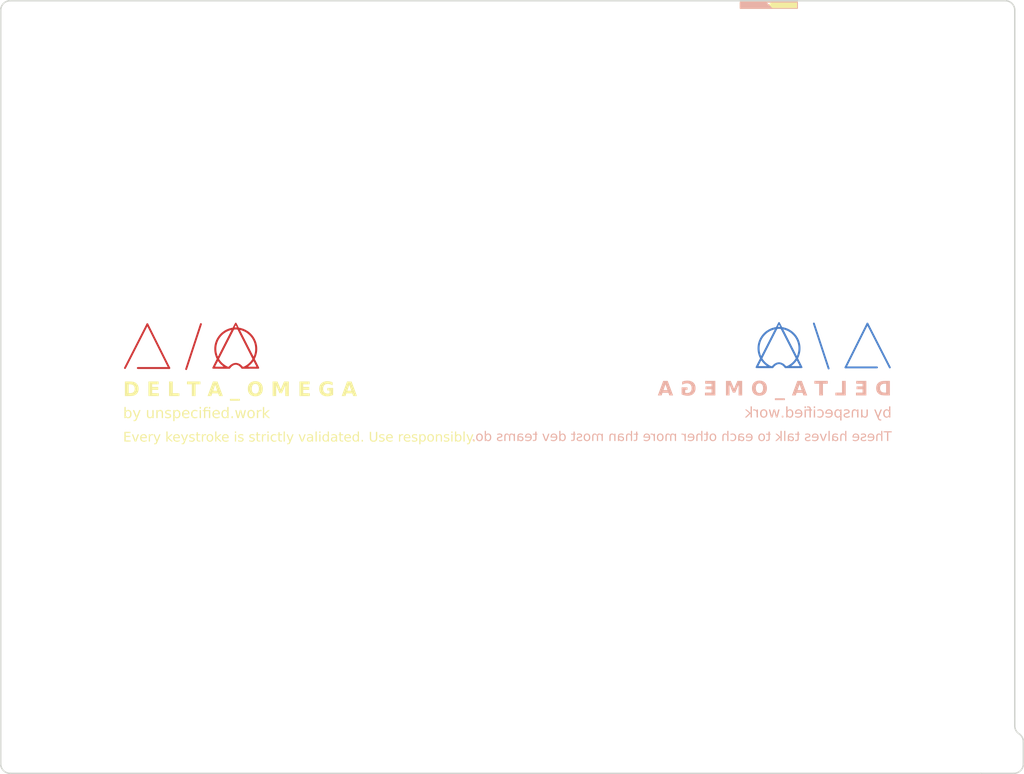
<source format=kicad_pcb>
(kicad_pcb (version 20241229) (generator "pcbnew") (generator_version "9.0")
  (title_block (title "delta-omega") (date "2025-08-24") (rev "v1.0.0") (company "Unknown"))
  (layers (0 "F.Cu" signal) (2 "B.Cu" signal) (13 "F.Paste" user) (15 "B.Paste" user) (5 "F.SilkS" user "F.Silkscreen") (7 "B.SilkS" user "B.Silkscreen") (1 "F.Mask" user) (3 "B.Mask" user) (25 "Edge.Cuts" user))
  (net 0 "")
  (footprint "ceoloide:mounting_hole_npth" (layer "F.Cu") (at 45.45 35.8)
    (property "Reference" "MH3" (hide yes))
    (property "Value" "")
    (pad "" np_thru_hole circle (at 0 0) (size 2.2 2.2) (drill 2.2) (layers "*.Cu" "*.Mask"))
  )
  (footprint "ceoloide:mounting_hole_npth" (layer "F.Cu") (at 124.1 35.8)
    (property "Reference" "MH5" (hide yes))
    (property "Value" "")
    (pad "" np_thru_hole circle (at 0 0) (size 2.2 2.2) (drill 2.2) (layers "*.Cu" "*.Mask"))
  )
  (footprint "ceoloide:mounting_hole_npth" (layer "F.Cu") (at 24 110.6)
    (property "Reference" "MH7" (hide yes))
    (property "Value" "")
    (pad "" np_thru_hole circle (at 0 0) (size 2.2 2.2) (drill 2.2) (layers "*.Cu" "*.Mask"))
  )
  (footprint "" (layer "F.Cu") (at 73.761013 88.331202)
    (property "Reference" "" (at 0 0 0) (layer "F.SilkS") (effects (font (size 1.27 1.27))))
    (property "Value" "")
    (pad "" np_thru_hole circle (at 0 0) (size 4.5 4.5) (drill 4.5) (layers "*.Cu" "*.Mask"))
  )
  (footprint "ceoloide:mounting_hole_npth" (layer "F.Cu") (at 126.6161 111.8)
    (property "Reference" "MH1" (hide yes))
    (property "Value" "")
    (pad "" np_thru_hole circle (at 0 0) (size 2.2 2.2) (drill 2.2) (layers "*.Cu" "*.Mask"))
  )
  (gr_poly (pts (xy 45.732666 66.434688) (xy 45.72901 66.434917) (xy 45.725309 66.435291) (xy 45.721584 66.435802) (xy 45.717861 66.436443) (xy 45.714163 66.437206) (xy 45.710514 66.438086) (xy 45.706938 66.439075) (xy 45.703459 66.440166) (xy 45.7001 66.441352) (xy 45.696887 66.442625) (xy 45.693842 66.44398) (xy 45.69099 66.445408) (xy 45.688355 66.446902) (xy 45.68596 66.448457) (xy 45.683829 66.450064) (xy 45.681256 66.452918) (xy 45.677476 66.458205) (xy 45.672564 66.46579) (xy 45.666593 66.475538) (xy 45.651773 66.500988) (xy 45.633608 66.533477) (xy 45.612692 66.571931) (xy 45.589615 66.615274) (xy 45.564972 66.66243) (xy 45.539354 66.712324) (xy 45.413743 66.95913) (xy 45.294531 66.983129) (xy 45.214746 67.000623) (xy 45.13612 67.020745) (xy 45.058682 67.043479) (xy 44.982464 67.068807) (xy 44.907495 67.096715) (xy 44.833807 67.127186) (xy 44.761431 67.160204) (xy 44.690397 67.195753) (xy 44.620736 67.233817) (xy 44.552478 67.27438) (xy 44.485654 67.317425) (xy 44.420296 67.362938) (xy 44.356433 67.410901) (xy 44.294096 67.461298) (xy 44.233317 67.514114) (xy 44.174125 67.569333) (xy 44.104857 67.638979) (xy 44.039148 67.710621) (xy 43.977004 67.784245) (xy 43.918431 67.85984) (xy 43.863437 67.937391) (xy 43.812027 68.016887) (xy 43.764208 68.098315) (xy 43.719986 68.181662) (xy 43.679367 68.266915) (xy 43.642359 68.354061) (xy 43.608967 68.443088) (xy 43.579199 68.533983) (xy 43.553059 68.626733) (xy 43.530555 68.721326) (xy 43.511694 68.817748) (xy 43.496481 68.915988) (xy 43.489873 68.977084) (xy 43.485158 69.046554) (xy 43.482334 69.121496) (xy 43.4814 69.199008) (xy 43.482358 69.276188) (xy 43.485205 69.350136) (xy 43.489942 69.417949) (xy 43.496568 69.476726) (xy 43.512394 69.574144) (xy 43.532073 69.671344) (xy 43.555336 69.767449) (xy 43.581919 69.861582) (xy 43.611555 69.952864) (xy 43.643978 70.040418) (xy 43.678922 70.123366) (xy 43.697255 70.162838) (xy 43.71612 70.20083) (xy 43.738803 70.244982) (xy 43.505572 70.70516) (xy 43.413379 70.888869) (xy 43.3394 71.039812) (xy 43.2902 71.144375) (xy 43.276942 71.175008) (xy 43.272341 71.188941) (xy 43.272407 71.192022) (xy 43.272604 71.19509) (xy 43.27338 71.20117) (xy 43.274649 71.207156) (xy 43.276393 71.213021) (xy 43.278591 71.218738) (xy 43.281224 71.22428) (xy 43.284274 71.229622) (xy 43.287719 71.234736) (xy 43.291542 71.239595) (xy 43.295722 71.244173) (xy 43.300241 71.248443) (xy 43.305078 71.25238) (xy 43.310214 71.255955) (xy 43.315631 71.259142) (xy 43.321307 71.261915) (xy 43.327225 71.264247) (xy 43.333855 71.265429) (xy 43.346782 71.266528) (xy 43.391859 71.268482) (xy 43.463111 71.270116) (xy 43.561193 71.271438) (xy 43.84047 71.273172) (xy 44.234936 71.273738) (xy 45.11542 71.273738) (xy 45.148315 71.224194) (xy 45.157439 71.211094) (xy 45.168115 71.196885) (xy 45.180169 71.181748) (xy 45.193425 71.165862) (xy 45.20771 71.149407) (xy 45.222848 71.132564) (xy 45.254987 71.098432) (xy 45.288446 71.064907) (xy 45.321827 71.033429) (xy 45.338052 71.018909) (xy 45.353734 71.00544) (xy 45.368698 70.993204) (xy 45.38277 70.98238) (xy 45.403407 70.967673) (xy 45.424669 70.953663) (xy 45.446464 70.940385) (xy 45.468698 70.927874) (xy 45.49128 70.916165) (xy 45.514116 70.905291) (xy 45.537114 70.895289) (xy 45.56018 70.886192) (xy 45.583222 70.878035) (xy 45.606148 70.870853) (xy 45.628864 70.864681) (xy 45.651278 70.859553) (xy 45.673297 70.855504) (xy 45.694829 70.852569) (xy 45.715779 70.850783) (xy 45.736057 70.85018) (xy 45.772364 70.851938) (xy 45.809632 70.857128) (xy 45.847657 70.865622) (xy 45.886239 70.877293) (xy 45.925174 70.892011) (xy 45.964261 70.90965) (xy 46.003296 70.930081) (xy 46.042079 70.953178) (xy 46.080406 70.978811) (xy 46.118075 71.006854) (xy 46.154885 71.037178) (xy 46.190632 71.069656) (xy 46.225115 71.104159) (xy 46.258132 71.140561) (xy 46.28948 71.178733) (xy 46.318957 71.218547) (xy 46.35767 71.273738) (xy 47.241192 71.273179) (xy 47.870367 71.270659) (xy 48.065802 71.268241) (xy 48.142375 71.26539) (xy 48.142375 71.265389) (xy 48.145368 71.264098) (xy 48.148289 71.262706) (xy 48.151137 71.261215) (xy 48.153909 71.259628) (xy 48.156604 71.257948) (xy 48.159221 71.256178) (xy 48.161757 71.254319) (xy 48.164211 71.252375) (xy 48.166581 71.250348) (xy 48.168865 71.24824) (xy 48.171062 71.246056) (xy 48.173169 71.243796) (xy 48.175186 71.241464) (xy 48.17711 71.239063) (xy 48.17894 71.236594) (xy 48.180674 71.234062) (xy 48.18231 71.231467) (xy 48.183846 71.228814) (xy 48.185281 71.226104) (xy 48.186613 71.22334) (xy 48.187841 71.220525) (xy 48.188962 71.217661) (xy 48.189974 71.214752) (xy 48.190877 71.211799) (xy 48.191668 71.208805) (xy 48.192346 71.205774) (xy 48.192909 71.202707) (xy 48.193355 71.199608) (xy 48.193682 71.196478) (xy 48.193889 71.193321) (xy 48.193974 71.190139) (xy 48.193935 71.186935) (xy 48.193067 71.181223) (xy 48.1907 71.172897) (xy 48.186766 71.161818) (xy 48.181198 71.147844) (xy 48.173929 71.130837) (xy 48.164892 71.110656) (xy 48.141245 71.06021) (xy 48.136458 71.050364) (xy 47.897975 71.050364) (xy 47.897933 71.051211) (xy 47.897351 71.052018) (xy 47.896194 71.052785) (xy 47.89443 71.053513) (xy 47.892022 71.054203) (xy 47.888937 71.054857) (xy 47.880598 71.056056) (xy 47.869138 71.057118) (xy 47.854284 71.058051) (xy 47.835761 71.058861) (xy 47.813294 71.059555) (xy 47.786608 71.060141) (xy 47.755431 71.060625) (xy 47.678501 71.061319) (xy 47.580308 71.061693) (xy 47.458656 71.061805) (xy 47.146371 71.060706) (xy 47.051373 71.059516) (xy 47.016483 71.058063) (xy 47.016605 71.057776) (xy 47.016968 71.057307) (xy 47.01839 71.055838) (xy 47.020703 71.053695) (xy 47.023858 71.050916) (xy 47.032501 71.043608) (xy 47.043937 71.034225) (xy 47.057783 71.023078) (xy 47.073656 71.010479) (xy 47.091171 70.996739) (xy 47.109946 70.982169) (xy 47.14052 70.958007) (xy 47.171566 70.932388) (xy 47.202917 70.905484) (xy 47.234407 70.877467) (xy 47.29714 70.818774) (xy 47.358433 70.757678) (xy 47.416956 70.695546) (xy 47.444764 70.66452) (xy 47.471379 70.633748) (xy 47.496637 70.603402) (xy 47.520371 70.573652) (xy 47.542415 70.544669) (xy 47.562602 70.516625) (xy 47.569213 70.507331) (xy 47.575623 70.498657) (xy 47.581676 70.490791) (xy 47.587214 70.483926) (xy 47.592079 70.478251) (xy 47.596113 70.473955) (xy 47.597769 70.472385) (xy 47.599158 70.47123) (xy 47.600261 70.470516) (xy 47.601058 70.470265) (xy 47.615298 70.494218) (xy 47.649168 70.557626) (xy 47.749607 70.751646) (xy 47.85 70.95) (xy 47.883813 71.018826) (xy 47.897975 71.050364) (xy 48.136458 71.050364) (xy 48.109723 70.995387) (xy 48.069787 70.915065) (xy 48.020902 70.818124) (xy 47.962531 70.703441) (xy 47.732147 70.252357) (xy 47.735696 70.244507) (xy 47.484501 70.244507) (xy 47.484432 70.245253) (xy 47.484229 70.246191) (xy 47.483431 70.24862) (xy 47.482134 70.251747) (xy 47.480365 70.255528) (xy 47.478151 70.259914) (xy 47.475518 70.26486) (xy 47.469105 70.276247) (xy 47.46134 70.289316) (xy 47.45244 70.303698) (xy 47.442617 70.319022) (xy 47.432089 70.334916) (xy 47.394154 70.389157) (xy 47.354022 70.44251) (xy 47.311828 70.494856) (xy 47.267706 70.546078) (xy 47.221791 70.596058) (xy 47.174217 70.64468) (xy 47.125119 70.691824) (xy 47.07463 70.737374) (xy 47.022885 70.781213) (xy 46.97002 70.823223) (xy 46.916166 70.863286) (xy 46.861461 70.901285) (xy 46.806037 70.937103) (xy 46.750029 70.970621) (xy 46.693571 71.001723) (xy 46.636798 71.030291) (xy 46.618216 71.038944) (xy 46.609798 71.042638) (xy 46.601865 71.045937) (xy 46.594343 71.048861) (xy 46.587159 71.051428) (xy 46.580241 71.053657) (xy 46.573513 71.055569) (xy 46.566904 71.057182) (xy 46.560341 71.058516) (xy 46.553749 71.05959) (xy 46.547056 71.060424) (xy 46.540189 71.061037) (xy 46.533073 71.061448) (xy 46.525637 71.061676) (xy 46.517807 71.061742) (xy 46.464575 71.061678) (xy 46.420422 71.007979) (xy 46.407468 70.992708) (xy 46.393521 70.977177) (xy 46.378676 70.961464) (xy 46.363024 70.945649) (xy 46.34666 70.929808) (xy 46.329675 70.914022) (xy 46.312165 70.898369) (xy 46.29422 70.882927) (xy 46.275935 70.867775) (xy 46.257403 70.852991) (xy 46.238716 70.838655) (xy 46.219968 70.824844) (xy 46.201252 70.811638) (xy 46.182661 70.799115) (xy 46.164287 70.787353) (xy 46.146225 70.776432) (xy 46.120235 70.761752) (xy 46.094183 70.748142) (xy 46.068047 70.735596) (xy 46.041804 70.724108) (xy 46.015432 70.713673) (xy 45.98891 70.704284) (xy 45.962215 70.695938) (xy 45.935326 70.688627) (xy 45.90822 70.682347) (xy 45.880875 70.677092) (xy 45.85327 70.672856) (xy 45.825382 70.669634) (xy 45.797189 70.66742) (xy 45.768669 70.666209) (xy 45.739801 70.665996) (xy 45.710561 70.666774) (xy 45.687094 70.66801) (xy 45.664467 70.669671) (xy 45.642577 70.671783) (xy 45.621317 70.674373) (xy 45.600584 70.677467) (xy 45.580271 70.681094) (xy 45.560274 70.685281) (xy 45.540487 70.690053) (xy 45.520806 70.695439) (xy 45.501126 70.701465) (xy 45.481341 70.708159) (xy 45.461346 70.715547) (xy 45.441036 70.723656) (xy 45.420306 70.732514) (xy 45.399051 70.742148) (xy 45.377166 70.752584) (xy 45.355961 70.76324) (xy 45.335086 70.774357) (xy 45.314531 70.785946) (xy 45.294287 70.798012) (xy 45.274341 70.810565) (xy 45.254685 70.823612) (xy 45.235306 70.837161) (xy 45.216196 70.851221) (xy 45.197342 70.865798) (xy 45.178735 70.880901) (xy 45.160364 70.896539) (xy 45.142219 70.912718) (xy 45.124289 70.929448) (xy 45.106563 70.946735) (xy 45.089031 70.964588) (xy 45.071682 70.983014) (xy 44.999019 71.061806) (xy 44.948007 71.061806) (xy 44.939888 71.061725) (xy 44.932253 71.061452) (xy 44.924961 71.060937) (xy 44.917872 71.060133) (xy 44.910846 71.058993) (xy 44.903743 71.057469) (xy 44.896421 71.055512) (xy 44.891036 71.053804) (xy 44.446801 71.053804) (xy 44.446265 71.054238) (xy 44.444672 71.054664) (xy 44.438393 71.05549) (xy 44.414024 71.057027) (xy 44.374975 71.05839) (xy 44.322525 71.059558) (xy 44.257954 71.060506) (xy 44.182545 71.061213) (xy 44.00433 71.061805) (xy 43.787503 71.06131) (xy 43.652574 71.059566) (xy 43.610985 71.058103) (xy 43.58407 71.056182) (xy 43.569892 71.053753) (xy 43.566976 71.052332) (xy 43.566519 71.050767) (xy 43.586239 71.009402) (xy 43.623066 70.93638) (xy 43.724121 70.741094) (xy 43.821846 70.556364) (xy 43.854509 70.496538) (xy 43.868401 70.473647) (xy 43.868934 70.473647) (xy 43.869621 70.473865) (xy 43.870457 70.474298) (xy 43.871436 70.474938) (xy 43.87381 70.476822) (xy 43.876707 70.479475) (xy 43.88009 70.482856) (xy 43.883923 70.486921) (xy 43.88817 70.491629) (xy 43.892795 70.496937) (xy 43.897762 70.502804) (xy 43.903033 70.509187) (xy 43.908574 70.516044) (xy 43.914347 70.523332) (xy 43.920317 70.53101) (xy 43.926448 70.539036) (xy 43.932703 70.547366) (xy 43.939045 70.55596) (xy 43.960095 70.583813) (xy 43.983333 70.612896) (xy 44.008513 70.642965) (xy 44.035388 70.673776) (xy 44.063711 70.705085) (xy 44.093238 70.736649) (xy 44.154913 70.799565) (xy 44.218442 70.860572) (xy 44.250285 70.889751) (xy 44.281853 70.91772) (xy 44.312899 70.944237) (xy 44.343176 70.969058) (xy 44.372439 70.991938) (xy 44.40044 71.012634) (xy 44.409753 71.01946) (xy 44.418441 71.026144) (xy 44.426314 71.032516) (xy 44.433182 71.038409) (xy 44.438855 71.043653) (xy 44.441184 71.045979) (xy 44.443143 71.048079) (xy 44.444707 71.049933) (xy 44.445855 71.051519) (xy 44.44656 71.052816) (xy 44.44674 71.05335) (xy 44.446801 71.053804) (xy 44.891036 71.053804) (xy 44.88874 71.053075) (xy 44.88056 71.05011) (xy 44.871741 71.04657) (xy 44.862141 71.042405) (xy 44.85162 71.037569) (xy 44.840039 71.032014) (xy 44.827255 71.025692) (xy 44.797522 71.010554) (xy 44.739779 70.979575) (xy 44.682992 70.946652) (xy 44.627226 70.911842) (xy 44.572545 70.875205) (xy 44.519016 70.836799) (xy 44.466702 70.796682) (xy 44.415669 70.754913) (xy 44.365982 70.711551) (xy 44.317706 70.666654) (xy 44.270905 70.620281) (xy 44.225646 70.57249) (xy 44.181992 70.52334) (xy 44.140009 70.472889) (xy 44.099761 70.421196) (xy 44.061315 70.368319) (xy 44.024734 70.314318) (xy 43.977965 70.242714) (xy 44.760332 68.707337) (xy 45.528735 67.206466) (xy 45.2857 67.206466) (xy 43.866122 69.996712) (xy 43.865384 69.997743) (xy 43.864582 69.998462) (xy 43.863715 69.998864) (xy 43.863257 69.998945) (xy 43.862781 69.998945) (xy 43.861778 69.998703) (xy 43.860705 69.998134) (xy 43.859559 69.997233) (xy 43.85834 69.995997) (xy 43.857046 69.994423) (xy 43.855674 69.992507) (xy 43.854224 69.990245) (xy 43.852694 69.987634) (xy 43.851082 69.98467) (xy 43.849386 69.98135) (xy 43.845737 69.973624) (xy 43.841734 69.964427) (xy 43.837363 69.953732) (xy 43.832612 69.941508) (xy 43.827467 69.927726) (xy 43.821916 69.912357) (xy 43.815944 69.895372) (xy 43.80954 69.876742) (xy 43.802688 69.856438) (xy 43.780572 69.786502) (xy 43.760925 69.716261) (xy 43.743749 69.645761) (xy 43.729046 69.575047) (xy 43.71682 69.504164) (xy 43.707071 69.433156) (xy 43.699802 69.362069) (xy 43.695015 69.290947) (xy 43.692714 69.219836) (xy 43.692899 69.148781) (xy 43.695573 69.077826) (xy 43.700738 69.007016) (xy 43.708397 68.936397) (xy 43.718552 68.866013) (xy 43.731205 68.795909) (xy 43.746359 68.726131) (xy 43.780898 68.59828) (xy 43.823318 68.473802) (xy 43.873337 68.353003) (xy 43.930678 68.236189) (xy 43.995062 68.123664) (xy 44.06621 68.015734) (xy 44.143844 67.912705) (xy 44.227684 67.814882) (xy 44.317451 67.72257) (xy 44.412867 67.636074) (xy 44.513653 67.555701) (xy 44.619531 67.481755) (xy 44.73022 67.414541) (xy 44.845443 67.354365) (xy 44.964921 67.301533) (xy 45.088375 67.25635) (xy 45.134962 67.241247) (xy 45.175203 67.2287) (xy 45.209139 67.218696) (xy 45.236811 67.211225) (xy 45.258263 67.206277) (xy 45.273533 67.203842) (xy 45.278864 67.203563) (xy 45.282665 67.203908) (xy 45.284942 67.204877) (xy 45.285511 67.205594) (xy 45.2857 67.206466) (xy 45.528735 67.206466) (xy 45.550303 67.164339) (xy 45.551882 67.163345) (xy 45.554575 67.162373) (xy 45.563058 67.160502) (xy 45.575269 67.158741) (xy 45.59072 67.157109) (xy 45.629407 67.154298) (xy 45.675236 67.152205) (xy 45.724322 67.150965) (xy 45.772784 67.150717) (xy 45.816738 67.151595) (xy 45.835811 67.152499) (xy 45.852301 67.153736) (xy 45.919009 67.159987) (xy 46.701755 68.695965) (xy 47.254569 69.784441) (xy 47.484501 70.244507) (xy 47.735696 70.244507) (xy 47.781615 70.142937) (xy 47.820698 70.05186) (xy 47.855779 69.960397) (xy 47.886855 69.868571) (xy 47.913924 69.776406) (xy 47.936984 69.683926) (xy 47.956032 69.591156) (xy 47.971066 69.498119) (xy 47.982084 69.40484) (xy 47.989083 69.311342) (xy 47.99206 69.21765) (xy 47.991747 69.189502) (xy 47.775835 69.189502) (xy 47.77472 69.272003) (xy 47.771347 69.349587) (xy 47.765555 69.423418) (xy 47.757185 69.494656) (xy 47.746075 69.564464) (xy 47.732065 69.634005) (xy 47.714995 69.704441) (xy 47.694704 69.776934) (xy 47.68246 69.816693) (xy 47.669473 69.856326) (xy 47.656346 69.894236) (xy 47.643681 69.928829) (xy 47.632081 69.958507) (xy 47.622147 69.981676) (xy 47.614484 69.996738) (xy 47.611692 70.00073) (xy 47.609693 70.002097) (xy 47.597498 69.980512) (xy 47.564867 69.918664) (xy 47.447237 69.691526) (xy 47.06505 68.944897) (xy 47.065051 68.944897) (xy 46.351571 67.544458) (xy 46.176754 67.201173) (xy 46.214619 67.207571) (xy 46.236088 67.211798) (xy 46.260542 67.217677) (xy 46.316889 67.233814) (xy 46.380619 67.25483) (xy 46.448688 67.279571) (xy 46.518056 67.306887) (xy 46.585678 67.335624) (xy 46.648514 67.364631) (xy 46.677186 67.378875) (xy 46.703521 67.392754) (xy 46.788505 67.441718) (xy 46.870795 67.494441) (xy 46.950276 67.550785) (xy 47.026831 67.610611) (xy 47.100343 67.673782) (xy 47.170696 67.740157) (xy 47.237774 67.809599) (xy 47.301461 67.881969) (xy 47.361639 67.957128) (xy 47.418194 68.034938) (xy 47.471007 68.11526) (xy 47.519964 68.197955) (xy 47.564947 68.282886) (xy 47.60584 68.369913) (xy 47.642527 68.458898) (xy 47.674892 68.549701) (xy 47.699777 68.629967) (xy 47.720865 68.708303) (xy 47.730032 68.747035) (xy 47.738303 68.785631) (xy 47.745699 68.824207) (xy 47.752237 68.862876) (xy 47.757934 68.901757) (xy 47.762811 68.940962) (xy 47.766883 68.980609) (xy 47.770171 69.020813) (xy 47.774464 69.103351) (xy 47.775835 69.189502) (xy 47.991747 69.189502) (xy 47.991015 69.123787) (xy 47.985944 69.029779) (xy 47.976845 68.935648) (xy 47.963715 68.841419) (xy 47.946553 68.747116) (xy 47.925356 68.652762) (xy 47.902472 68.567348) (xy 47.876099 68.482846) (xy 47.846315 68.399382) (xy 47.813198 68.317079) (xy 47.776826 68.236064) (xy 47.737278 68.156461) (xy 47.694631 68.078395) (xy 47.648964 68.001992) (xy 47.600355 67.927377) (xy 47.548881 67.854674) (xy 47.494621 67.784009) (xy 47.437654 67.715507) (xy 47.378056 67.649293) (xy 47.315906 67.585491) (xy 47.251282 67.524228) (xy 47.184263 67.465628) (xy 47.149273 67.437086) (xy 47.112348 67.408525) (xy 47.073697 67.380066) (xy 47.033528 67.351831) (xy 46.992052 67.323942) (xy 46.949476 67.296518) (xy 46.906011 67.269682) (xy 46.861866 67.243554) (xy 46.817249 67.218256) (xy 46.77237 67.193909) (xy 46.727438 67.170634) (xy 46.682662 67.148552) (xy 46.638251 67.127784) (xy 46.594415 67.108452) (xy 46.551363 67.090677) (xy 46.509303 67.07458) (xy 46.466119 67.05981) (xy 46.414213 67.043748) (xy 46.356883 67.027256) (xy 46.297424 67.011197) (xy 46.239133 66.996434) (xy 46.185305 66.98383) (xy 46.139236 66.974247) (xy 46.104222 66.968548) (xy 46.052937 66.962279) (xy 46.038602 66.933625) (xy 45.850854 66.933625) (xy 45.850698 66.933847) (xy 45.850235 66.934065) (xy 45.848419 66.934494) (xy 45.845468 66.934907) (xy 45.841442 66.935304) (xy 45.830411 66.936039) (xy 45.815816 66.93668) (xy 45.798146 66.937209) (xy 45.777891 66.937609) (xy 45.755538 66.937862) (xy 45.731578 66.93795) (xy 45.612303 66.93795) (xy 45.669828 66.823153) (xy 45.68152 66.800093) (xy 45.692694 66.77858) (xy 45.703085 66.759085) (xy 45.712429 66.742078) (xy 45.720464 66.728031) (xy 45.726926 66.717415) (xy 45.731551 66.7107) (xy 45.733092 66.708952) (xy 45.734076 66.708357) (xy 45.736355 66.710762) (xy 45.74078 66.717571) (xy 45.754801 66.741961) (xy 45.773607 66.776645) (xy 45.794668 66.816741) (xy 45.815453 66.857368) (xy 45.833433 66.893646) (xy 45.846077 66.920692) (xy 45.849607 66.929227) (xy 45.850854 66.933625) (xy 46.038602 66.933625) (xy 45.934993 66.726515) (xy 45.887333 66.632757) (xy 45.844756 66.551761) (xy 45.811906 66.492183) (xy 45.80058 66.473131) (xy 45.793428 66.46268) (xy 45.789965 66.458662) (xy 45.786645 66.455022) (xy 45.783432 66.451745) (xy 45.780295 66.448814) (xy 45.777199 66.446212) (xy 45.775656 66.44503) (xy 45.774111 66.443923) (xy 45.772559 66.442891) (xy 45.770997 66.441931) (xy 45.76942 66.44104) (xy 45.767823 66.440218) (xy 45.766204 66.439462) (xy 45.764556 66.438769) (xy 45.762877 66.438138) (xy 45.761162 66.437566) (xy 45.759407 66.437053) (xy 45.757608 66.436594) (xy 45.75576 66.436189) (xy 45.753859 66.435836) (xy 45.749883 66.435275) (xy 45.745645 66.434895) (xy 45.741112 66.434679) (xy 45.73625 66.43461)) (fill yes) (layer "F.Cu"))
  (gr_line (start 35.45 71.2) (end 38.75 71.2) (stroke (width 0.2)) (layer "F.Cu"))
  (gr_line (start 36.45 66.6) (end 34.1 71.2) (stroke (width 0.2)) (layer "F.Cu"))
  (gr_line (start 40.525 71.3125) (end 42.075 66.5875) (stroke (width 0.2)) (layer "F.Cu"))
  (gr_line (start 38.75 71.2) (end 36.45 66.6) (stroke (width 0.2)) (layer "F.Cu"))
  (gr_line (start 109.775 71.1375) (end 112.075 66.5375) (stroke (width 0.2)) (layer "B.Cu"))
  (gr_poly (pts (xy 102.792334 66.372188) (xy 102.79599 66.372417) (xy 102.799691 66.372791) (xy 102.803416 66.373302) (xy 102.807139 66.373943) (xy 102.810837 66.374706) (xy 102.814486 66.375586) (xy 102.818062 66.376575) (xy 102.821541 66.377666) (xy 102.8249 66.378852) (xy 102.828113 66.380125) (xy 102.831158 66.38148) (xy 102.83401 66.382908) (xy 102.836645 66.384402) (xy 102.83904 66.385957) (xy 102.841171 66.387564) (xy 102.843744 66.390418) (xy 102.847524 66.395705) (xy 102.852436 66.40329) (xy 102.858407 66.413038) (xy 102.873227 66.438488) (xy 102.891392 66.470977) (xy 102.912308 66.509431) (xy 102.935385 66.552774) (xy 102.960028 66.59993) (xy 102.985646 66.649824) (xy 103.111257 66.89663) (xy 103.230469 66.920629) (xy 103.310254 66.938123) (xy 103.38888 66.958245) (xy 103.466318 66.980979) (xy 103.542536 67.006307) (xy 103.617505 67.034215) (xy 103.691193 67.064686) (xy 103.763569 67.097704) (xy 103.834603 67.133253) (xy 103.904264 67.171317) (xy 103.972522 67.21188) (xy 104.039346 67.254925) (xy 104.104704 67.300438) (xy 104.168567 67.348401) (xy 104.230904 67.398798) (xy 104.291683 67.451614) (xy 104.350875 67.506833) (xy 104.420143 67.576479) (xy 104.485852 67.648121) (xy 104.547996 67.721745) (xy 104.606569 67.79734) (xy 104.661563 67.874891) (xy 104.712973 67.954387) (xy 104.760792 68.035815) (xy 104.805014 68.119162) (xy 104.845633 68.204415) (xy 104.882641 68.291561) (xy 104.916033 68.380588) (xy 104.945801 68.471483) (xy 104.971941 68.564233) (xy 104.994445 68.658826) (xy 105.013306 68.755248) (xy 105.028519 68.853488) (xy 105.035127 68.914584) (xy 105.039842 68.984054) (xy 105.042666 69.058996) (xy 105.0436 69.136508) (xy 105.042642 69.213688) (xy 105.039795 69.287636) (xy 105.035058 69.355449) (xy 105.028432 69.414226) (xy 105.012606 69.511644) (xy 104.992927 69.608844) (xy 104.969664 69.704949) (xy 104.943081 69.799082) (xy 104.913445 69.890364) (xy 104.881022 69.977918) (xy 104.846078 70.060866) (xy 104.827745 70.100338) (xy 104.80888 70.13833) (xy 104.786197 70.182482) (xy 105.019428 70.64266) (xy 105.111621 70.826369) (xy 105.1856 70.977312) (xy 105.2348 71.081875) (xy 105.248058 71.112508) (xy 105.252659 71.126441) (xy 105.252593 71.129522) (xy 105.252396 71.13259) (xy 105.25162 71.13867) (xy 105.250351 71.144656) (xy 105.248607 71.150521) (xy 105.246409 71.156238) (xy 105.243776 71.16178) (xy 105.240726 71.167122) (xy 105.237281 71.172236) (xy 105.233458 71.177095) (xy 105.229278 71.181673) (xy 105.224759 71.185943) (xy 105.219922 71.18988) (xy 105.214786 71.193455) (xy 105.209369 71.196642) (xy 105.203693 71.199415) (xy 105.197775 71.201747) (xy 105.191145 71.202929) (xy 105.178218 71.204028) (xy 105.133141 71.205982) (xy 105.061889 71.207616) (xy 104.963807 71.208938) (xy 104.68453 71.210672) (xy 104.290064 71.211238) (xy 103.40958 71.211238) (xy 103.376685 71.161694) (xy 103.367561 71.148594) (xy 103.356885 71.134385) (xy 103.344831 71.119248) (xy 103.331575 71.103362) (xy 103.31729 71.086907) (xy 103.302152 71.070064) (xy 103.270013 71.035932) (xy 103.236554 71.002407) (xy 103.203173 70.970929) (xy 103.186948 70.956409) (xy 103.171266 70.94294) (xy 103.156302 70.930704) (xy 103.14223 70.91988) (xy 103.121593 70.905173) (xy 103.100331 70.891163) (xy 103.078536 70.877885) (xy 103.056302 70.865374) (xy 103.03372 70.853665) (xy 103.010884 70.842791) (xy 102.987886 70.832789) (xy 102.96482 70.823692) (xy 102.941778 70.815535) (xy 102.918852 70.808353) (xy 102.896136 70.802181) (xy 102.873722 70.797053) (xy 102.851703 70.793004) (xy 102.830171 70.790069) (xy 102.809221 70.788283) (xy 102.788943 70.78768) (xy 102.752636 70.789438) (xy 102.715368 70.794628) (xy 102.677343 70.803122) (xy 102.638761 70.814793) (xy 102.599826 70.829511) (xy 102.560739 70.84715) (xy 102.521704 70.867581) (xy 102.482921 70.890678) (xy 102.444594 70.916311) (xy 102.406925 70.944354) (xy 102.370115 70.974678) (xy 102.334368 71.007156) (xy 102.299885 71.041659) (xy 102.266868 71.078061) (xy 102.23552 71.116233) (xy 102.206043 71.156047) (xy 102.16733 71.211238) (xy 101.283808 71.210679) (xy 100.654633 71.208159) (xy 100.459198 71.205741) (xy 100.382625 71.20289) (xy 100.382625 71.202889) (xy 100.379632 71.201598) (xy 100.376711 71.200206) (xy 100.373863 71.198715) (xy 100.371091 71.197128) (xy 100.368396 71.195448) (xy 100.365779 71.193678) (xy 100.363243 71.191819) (xy 100.360789 71.189875) (xy 100.358419 71.187848) (xy 100.356135 71.18574) (xy 100.353938 71.183556) (xy 100.351831 71.181296) (xy 100.349814 71.178964) (xy 100.34789 71.176563) (xy 100.34606 71.174094) (xy 100.344326 71.171562) (xy 100.34269 71.168967) (xy 100.341154 71.166314) (xy 100.339719 71.163604) (xy 100.338387 71.16084) (xy 100.337159 71.158025) (xy 100.336038 71.155161) (xy 100.335026 71.152252) (xy 100.334123 71.149299) (xy 100.333332 71.146305) (xy 100.332654 71.143274) (xy 100.332091 71.140207) (xy 100.331645 71.137108) (xy 100.331318 71.133978) (xy 100.331111 71.130821) (xy 100.331026 71.127639) (xy 100.331065 71.124435) (xy 100.331933 71.118723) (xy 100.3343 71.110397) (xy 100.338234 71.099318) (xy 100.343802 71.085344) (xy 100.351071 71.068337) (xy 100.360108 71.048156) (xy 100.383755 70.99771) (xy 100.388542 70.987864) (xy 100.627025 70.987864) (xy 100.627067 70.988711) (xy 100.627649 70.989518) (xy 100.628806 70.990285) (xy 100.63057 70.991013) (xy 100.632978 70.991703) (xy 100.636063 70.992357) (xy 100.644402 70.993556) (xy 100.655862 70.994618) (xy 100.670716 70.995551) (xy 100.689239 70.996361) (xy 100.711706 70.997055) (xy 100.738392 70.997641) (xy 100.769569 70.998125) (xy 100.846499 70.998819) (xy 100.944692 70.999193) (xy 101.066344 70.999305) (xy 101.378629 70.998206) (xy 101.473627 70.997016) (xy 101.508517 70.995563) (xy 101.508395 70.995276) (xy 101.508032 70.994807) (xy 101.50661 70.993338) (xy 101.504297 70.991195) (xy 101.501142 70.988416) (xy 101.492499 70.981108) (xy 101.481063 70.971725) (xy 101.467217 70.960578) (xy 101.451344 70.947979) (xy 101.433829 70.934239) (xy 101.415054 70.919669) (xy 101.38448 70.895507) (xy 101.353434 70.869888) (xy 101.322083 70.842984) (xy 101.290593 70.814967) (xy 101.22786 70.756274) (xy 101.166567 70.695178) (xy 101.108044 70.633046) (xy 101.080236 70.60202) (xy 101.053621 70.571248) (xy 101.028363 70.540902) (xy 101.004629 70.511152) (xy 100.982585 70.482169) (xy 100.962398 70.454125) (xy 100.955787 70.444831) (xy 100.949377 70.436157) (xy 100.943324 70.428291) (xy 100.937786 70.421426) (xy 100.932921 70.415751) (xy 100.928887 70.411455) (xy 100.927231 70.409885) (xy 100.925842 70.40873) (xy 100.924739 70.408016) (xy 100.923942 70.407765) (xy 100.909702 70.431718) (xy 100.875832 70.495126) (xy 100.775393 70.689146) (xy 100.675 70.8875) (xy 100.641187 70.956326) (xy 100.627025 70.987864) (xy 100.388542 70.987864) (xy 100.415277 70.932887) (xy 100.455213 70.852565) (xy 100.504098 70.755624) (xy 100.562469 70.640941) (xy 100.792853 70.189857) (xy 100.789304 70.182007) (xy 101.040499 70.182007) (xy 101.040568 70.182753) (xy 101.040771 70.183691) (xy 101.041569 70.18612) (xy 101.042866 70.189247) (xy 101.044635 70.193028) (xy 101.046849 70.197414) (xy 101.049482 70.20236) (xy 101.055895 70.213747) (xy 101.06366 70.226816) (xy 101.07256 70.241198) (xy 101.082383 70.256522) (xy 101.092911 70.272416) (xy 101.130846 70.326657) (xy 101.170978 70.38001) (xy 101.213172 70.432356) (xy 101.257294 70.483578) (xy 101.303209 70.533558) (xy 101.350783 70.58218) (xy 101.399881 70.629324) (xy 101.45037 70.674874) (xy 101.502115 70.718713) (xy 101.55498 70.760723) (xy 101.608834 70.800786) (xy 101.663539 70.838785) (xy 101.718963 70.874603) (xy 101.774971 70.908121) (xy 101.831429 70.939223) (xy 101.888202 70.967791) (xy 101.906784 70.976444) (xy 101.915202 70.980138) (xy 101.923135 70.983437) (xy 101.930657 70.986361) (xy 101.937841 70.988928) (xy 101.944759 70.991157) (xy 101.951487 70.993069) (xy 101.958096 70.994682) (xy 101.964659 70.996016) (xy 101.971251 70.99709) (xy 101.977944 70.997924) (xy 101.984811 70.998537) (xy 101.991927 70.998948) (xy 101.999363 70.999176) (xy 102.007193 70.999242) (xy 102.060425 70.999178) (xy 102.104578 70.945479) (xy 102.117532 70.930208) (xy 102.131479 70.914677) (xy 102.146324 70.898964) (xy 102.161976 70.883149) (xy 102.17834 70.867308) (xy 102.195325 70.851522) (xy 102.212835 70.835869) (xy 102.23078 70.820427) (xy 102.249065 70.805275) (xy 102.267597 70.790491) (xy 102.286284 70.776155) (xy 102.305032 70.762344) (xy 102.323748 70.749138) (xy 102.342339 70.736615) (xy 102.360713 70.724853) (xy 102.378775 70.713932) (xy 102.404765 70.699252) (xy 102.430817 70.685642) (xy 102.456953 70.673096) (xy 102.483196 70.661608) (xy 102.509568 70.651173) (xy 102.53609 70.641784) (xy 102.562785 70.633438) (xy 102.589674 70.626127) (xy 102.61678 70.619847) (xy 102.644125 70.614592) (xy 102.67173 70.610356) (xy 102.699618 70.607134) (xy 102.727811 70.60492) (xy 102.756331 70.603709) (xy 102.785199 70.603496) (xy 102.814439 70.604274) (xy 102.837906 70.60551) (xy 102.860533 70.607171) (xy 102.882423 70.609283) (xy 102.903683 70.611873) (xy 102.924416 70.614967) (xy 102.944729 70.618594) (xy 102.964726 70.622781) (xy 102.984513 70.627553) (xy 103.004194 70.632939) (xy 103.023874 70.638965) (xy 103.043659 70.645659) (xy 103.063654 70.653047) (xy 103.083964 70.661156) (xy 103.104694 70.670014) (xy 103.125949 70.679648) (xy 103.147834 70.690084) (xy 103.169039 70.70074) (xy 103.189914 70.711857) (xy 103.210469 70.723446) (xy 103.230713 70.735512) (xy 103.250659 70.748065) (xy 103.270315 70.761112) (xy 103.289694 70.774661) (xy 103.308804 70.788721) (xy 103.327658 70.803298) (xy 103.346265 70.818401) (xy 103.364636 70.834039) (xy 103.382781 70.850218) (xy 103.400711 70.866948) (xy 103.418437 70.884235) (xy 103.435969 70.902088) (xy 103.453318 70.920514) (xy 103.525981 70.999306) (xy 103.576993 70.999306) (xy 103.585112 70.999225) (xy 103.592747 70.998952) (xy 103.600039 70.998437) (xy 103.607128 70.997633) (xy 103.614154 70.996493) (xy 103.621257 70.994969) (xy 103.628579 70.993012) (xy 103.633964 70.991304) (xy 104.078199 70.991304) (xy 104.078735 70.991738) (xy 104.080328 70.992164) (xy 104.086607 70.99299) (xy 104.110976 70.994527) (xy 104.150025 70.99589) (xy 104.202475 70.997058) (xy 104.267046 70.998006) (xy 104.342455 70.998713) (xy 104.52067 70.999305) (xy 104.737497 70.99881) (xy 104.872426 70.997066) (xy 104.914015 70.995603) (xy 104.94093 70.993682) (xy 104.955108 70.991253) (xy 104.958024 70.989832) (xy 104.958481 70.988267) (xy 104.938761 70.946902) (xy 104.901934 70.87388) (xy 104.800879 70.678594) (xy 104.703154 70.493864) (xy 104.670491 70.434038) (xy 104.656599 70.411147) (xy 104.656066 70.411147) (xy 104.655379 70.411365) (xy 104.654543 70.411798) (xy 104.653564 70.412438) (xy 104.65119 70.414322) (xy 104.648293 70.416975) (xy 104.64491 70.420356) (xy 104.641077 70.424421) (xy 104.63683 70.429129) (xy 104.632205 70.434437) (xy 104.627238 70.440304) (xy 104.621967 70.446687) (xy 104.616426 70.453544) (xy 104.610653 70.460832) (xy 104.604683 70.46851) (xy 104.598552 70.476536) (xy 104.592297 70.484866) (xy 104.585955 70.49346) (xy 104.564905 70.521313) (xy 104.541667 70.550396) (xy 104.516487 70.580465) (xy 104.489612 70.611276) (xy 104.461289 70.642585) (xy 104.431762 70.674149) (xy 104.370087 70.737065) (xy 104.306558 70.798072) (xy 104.274715 70.827251) (xy 104.243147 70.85522) (xy 104.212101 70.881737) (xy 104.181824 70.906558) (xy 104.152561 70.929438) (xy 104.12456 70.950134) (xy 104.115247 70.95696) (xy 104.106559 70.963644) (xy 104.098686 70.970016) (xy 104.091818 70.975909) (xy 104.086145 70.981153) (xy 104.083816 70.983479) (xy 104.081857 70.985579) (xy 104.080293 70.987433) (xy 104.079145 70.989019) (xy 104.07844 70.990316) (xy 104.07826 70.99085) (xy 104.078199 70.991304) (xy 103.633964 70.991304) (xy 103.63626 70.990575) (xy 103.64444 70.98761) (xy 103.653259 70.98407) (xy 103.662859 70.979905) (xy 103.67338 70.975069) (xy 103.684961 70.969514) (xy 103.697745 70.963192) (xy 103.727478 70.948054) (xy 103.785221 70.917075) (xy 103.842008 70.884152) (xy 103.897774 70.849342) (xy 103.952455 70.812705) (xy 104.005984 70.774299) (xy 104.058298 70.734182) (xy 104.109331 70.692413) (xy 104.159018 70.649051) (xy 104.207294 70.604154) (xy 104.254095 70.557781) (xy 104.299354 70.50999) (xy 104.343008 70.46084) (xy 104.384991 70.410389) (xy 104.425239 70.358696) (xy 104.463685 70.305819) (xy 104.500266 70.251818) (xy 104.547035 70.180214) (xy 103.764668 68.644837) (xy 102.996265 67.143966) (xy 103.2393 67.143966) (xy 104.658878 69.934212) (xy 104.659616 69.935243) (xy 104.660418 69.935962) (xy 104.661285 69.936364) (xy 104.661743 69.936445) (xy 104.662219 69.936445) (xy 104.663222 69.936203) (xy 104.664295 69.935634) (xy 104.665441 69.934733) (xy 104.66666 69.933497) (xy 104.667954 69.931923) (xy 104.669326 69.930007) (xy 104.670776 69.927745) (xy 104.672306 69.925134) (xy 104.673918 69.92217) (xy 104.675614 69.91885) (xy 104.679263 69.911124) (xy 104.683266 69.901927) (xy 104.687637 69.891232) (xy 104.692388 69.879008) (xy 104.697533 69.865226) (xy 104.703084 69.849857) (xy 104.709056 69.832872) (xy 104.71546 69.814242) (xy 104.722312 69.793938) (xy 104.744428 69.724002) (xy 104.764075 69.653761) (xy 104.781251 69.583261) (xy 104.795954 69.512547) (xy 104.80818 69.441664) (xy 104.817929 69.370656) (xy 104.825198 69.299569) (xy 104.829985 69.228447) (xy 104.832286 69.157336) (xy 104.832101 69.086281) (xy 104.829427 69.015326) (xy 104.824262 68.944516) (xy 104.816603 68.873897) (xy 104.806448 68.803513) (xy 104.793795 68.733409) (xy 104.778641 68.663631) (xy 104.744102 68.53578) (xy 104.701682 68.411302) (xy 104.651663 68.290503) (xy 104.594322 68.173689) (xy 104.529938 68.061164) (xy 104.45879 67.953234) (xy 104.381156 67.850205) (xy 104.297316 67.752382) (xy 104.207549 67.66007) (xy 104.112133 67.573574) (xy 104.011347 67.493201) (xy 103.905469 67.419255) (xy 103.79478 67.352041) (xy 103.679557 67.291865) (xy 103.560079 67.239033) (xy 103.436625 67.19385) (xy 103.390038 67.178747) (xy 103.349797 67.1662) (xy 103.315861 67.156196) (xy 103.288189 67.148725) (xy 103.266737 67.143777) (xy 103.251467 67.141342) (xy 103.246136 67.141063) (xy 103.242335 67.141408) (xy 103.240058 67.142377) (xy 103.239489 67.143094) (xy 103.2393 67.143966) (xy 102.996265 67.143966) (xy 102.974697 67.101839) (xy 102.973118 67.100845) (xy 102.970425 67.099873) (xy 102.961942 67.098002) (xy 102.949731 67.096241) (xy 102.93428 67.094609) (xy 102.895593 67.091798) (xy 102.849764 67.089705) (xy 102.800678 67.088465) (xy 102.752216 67.088217) (xy 102.708262 67.089095) (xy 102.689189 67.089999) (xy 102.672699 67.091236) (xy 102.605991 67.097487) (xy 101.823245 68.633465) (xy 101.270431 69.721941) (xy 101.040499 70.182007) (xy 100.789304 70.182007) (xy 100.743385 70.080437) (xy 100.704302 69.98936) (xy 100.669221 69.897897) (xy 100.638145 69.806071) (xy 100.611076 69.713906) (xy 100.588016 69.621426) (xy 100.568968 69.528656) (xy 100.553934 69.435619) (xy 100.542916 69.34234) (xy 100.535917 69.248842) (xy 100.53294 69.15515) (xy 100.533253 69.127002) (xy 100.749165 69.127002) (xy 100.75028 69.209503) (xy 100.753653 69.287087) (xy 100.759445 69.360918) (xy 100.767815 69.432156) (xy 100.778925 69.501964) (xy 100.792935 69.571505) (xy 100.810005 69.641941) (xy 100.830296 69.714434) (xy 100.84254 69.754193) (xy 100.855527 69.793826) (xy 100.868654 69.831736) (xy 100.881319 69.866329) (xy 100.892919 69.896007) (xy 100.902853 69.919176) (xy 100.910516 69.934238) (xy 100.913308 69.93823) (xy 100.915307 69.939597) (xy 100.927502 69.918012) (xy 100.960133 69.856164) (xy 101.077763 69.629026) (xy 101.45995 68.882397) (xy 101.459949 68.882397) (xy 102.173429 67.481958) (xy 102.348246 67.138673) (xy 102.310381 67.145071) (xy 102.288912 67.149298) (xy 102.264458 67.155177) (xy 102.208111 67.171314) (xy 102.144381 67.19233) (xy 102.076312 67.217071) (xy 102.006944 67.244387) (xy 101.939322 67.273124) (xy 101.876486 67.302131) (xy 101.847814 67.316375) (xy 101.821479 67.330254) (xy 101.736495 67.379218) (xy 101.654205 67.431941) (xy 101.574724 67.488285) (xy 101.498169 67.548111) (xy 101.424657 67.611282) (xy 101.354304 67.677657) (xy 101.287226 67.747099) (xy 101.223539 67.819469) (xy 101.163361 67.894628) (xy 101.106806 67.972438) (xy 101.053993 68.05276) (xy 101.005036 68.135455) (xy 100.960053 68.220386) (xy 100.91916 68.307413) (xy 100.882473 68.396398) (xy 100.850108 68.487201) (xy 100.825223 68.567467) (xy 100.804135 68.645803) (xy 100.794968 68.684535) (xy 100.786697 68.723131) (xy 100.779301 68.761707) (xy 100.772763 68.800376) (xy 100.767066 68.839257) (xy 100.762189 68.878462) (xy 100.758117 68.918109) (xy 100.754829 68.958313) (xy 100.750536 69.040851) (xy 100.749165 69.127002) (xy 100.533253 69.127002) (xy 100.533985 69.061287) (xy 100.539056 68.967279) (xy 100.548155 68.873148) (xy 100.561285 68.778919) (xy 100.578447 68.684616) (xy 100.599644 68.590262) (xy 100.622528 68.504848) (xy 100.648901 68.420346) (xy 100.678685 68.336882) (xy 100.711802 68.254579) (xy 100.748174 68.173564) (xy 100.787722 68.093961) (xy 100.830369 68.015895) (xy 100.876036 67.939492) (xy 100.924645 67.864877) (xy 100.976119 67.792174) (xy 101.030379 67.721509) (xy 101.087346 67.653007) (xy 101.146944 67.586793) (xy 101.209094 67.522991) (xy 101.273718 67.461728) (xy 101.340737 67.403128) (xy 101.375727 67.374586) (xy 101.412652 67.346025) (xy 101.451303 67.317566) (xy 101.491472 67.289331) (xy 101.532948 67.261442) (xy 101.575524 67.234018) (xy 101.618989 67.207182) (xy 101.663134 67.181054) (xy 101.707751 67.155756) (xy 101.75263 67.131409) (xy 101.797562 67.108134) (xy 101.842338 67.086052) (xy 101.886749 67.065284) (xy 101.930585 67.045952) (xy 101.973637 67.028177) (xy 102.015697 67.01208) (xy 102.058881 66.99731) (xy 102.110787 66.981248) (xy 102.168117 66.964756) (xy 102.227576 66.948697) (xy 102.285867 66.933934) (xy 102.339695 66.92133) (xy 102.385764 66.911747) (xy 102.420778 66.906048) (xy 102.472063 66.899779) (xy 102.486398 66.871125) (xy 102.674146 66.871125) (xy 102.674302 66.871347) (xy 102.674765 66.871565) (xy 102.676581 66.871994) (xy 102.679532 66.872407) (xy 102.683558 66.872804) (xy 102.694589 66.873539) (xy 102.709184 66.87418) (xy 102.726854 66.874709) (xy 102.747109 66.875109) (xy 102.769462 66.875362) (xy 102.793422 66.87545) (xy 102.912697 66.87545) (xy 102.855172 66.760653) (xy 102.84348 66.737593) (xy 102.832306 66.71608) (xy 102.821915 66.696585) (xy 102.812571 66.679578) (xy 102.804536 66.665531) (xy 102.798074 66.654915) (xy 102.793449 66.6482) (xy 102.791908 66.646452) (xy 102.790924 66.645857) (xy 102.788645 66.648262) (xy 102.78422 66.655071) (xy 102.770199 66.679461) (xy 102.751393 66.714145) (xy 102.730332 66.754241) (xy 102.709547 66.794868) (xy 102.691567 66.831146) (xy 102.678923 66.858192) (xy 102.675393 66.866727) (xy 102.674146 66.871125) (xy 102.486398 66.871125) (xy 102.590007 66.664015) (xy 102.637667 66.570257) (xy 102.680244 66.489261) (xy 102.713094 66.429683) (xy 102.72442 66.410631) (xy 102.731572 66.40018) (xy 102.735035 66.396162) (xy 102.738355 66.392522) (xy 102.741568 66.389245) (xy 102.744705 66.386314) (xy 102.747801 66.383712) (xy 102.749344 66.38253) (xy 102.750889 66.381423) (xy 102.752441 66.380391) (xy 102.754003 66.379431) (xy 102.75558 66.37854) (xy 102.757177 66.377718) (xy 102.758796 66.376962) (xy 102.760444 66.376269) (xy 102.762123 66.375638) (xy 102.763838 66.375066) (xy 102.765593 66.374553) (xy 102.767392 66.374094) (xy 102.76924 66.373689) (xy 102.771141 66.373336) (xy 102.775117 66.372775) (xy 102.779355 66.372395) (xy 102.783888 66.372179) (xy 102.78875 66.37211)) (fill yes) (layer "B.Cu"))
  (gr_line (start 113.075 71.1375) (end 109.775 71.1375) (stroke (width 0.2)) (layer "B.Cu"))
  (gr_line (start 112.075 66.5375) (end 114.425 71.1375) (stroke (width 0.2)) (layer "B.Cu"))
  (gr_line (start 108 71.25) (end 106.45 66.525) (stroke (width 0.2)) (layer "B.Cu"))
  (gr_rect (start 98.725 32.75) (end 104.725 33.4) (stroke (width 0.1)) (fill no) (layer "F.SilkS"))
  (gr_poly (pts (xy 102.05 32.75) (xy 101.4 33.4) (xy 104.725 33.4) (xy 104.725 32.75)) (stroke (width 0.1)) (fill yes) (layer "F.SilkS"))
  (gr_rect (start 98.725 32.75) (end 104.725 33.4) (stroke (width 0.1)) (fill no) (layer "B.SilkS"))
  (gr_poly (pts (xy 101.4 32.75) (xy 102.05 33.4) (xy 98.725 33.4) (xy 98.725 32.75)) (stroke (width 0.1)) (fill yes) (layer "B.SilkS"))
  (gr_arc (start 128 109.640177) (mid 128.330326 110.001003) (end 128.45 110.475342) (stroke (width 0.15)) (layer "Edge.Cuts"))
  (gr_line (start 128.45 110.475342) (end 128.45 112.8) (stroke (width 0.15)) (layer "Edge.Cuts"))
  (gr_line (start 21.05 33.6) (end 21.05 112.8) (stroke (width 0.15)) (layer "Edge.Cuts"))
  (gr_arc (start 128 109.640177) (mid 127.669655 109.279355) (end 127.55 108.805013) (stroke (width 0.15)) (layer "Edge.Cuts"))
  (gr_line (start 127.55 108.082801) (end 127.55 108.805013) (stroke (width 0.15)) (layer "Edge.Cuts"))
  (gr_arc (start 21.05 33.6) (mid 21.342893 32.892893) (end 22.05 32.6) (stroke (width 0.15)) (layer "Edge.Cuts"))
  (gr_arc (start 22.05 113.8) (mid 21.342893 113.507107) (end 21.05 112.8) (stroke (width 0.15)) (layer "Edge.Cuts"))
  (gr_line (start 22.05 113.8) (end 123.983999 113.8) (stroke (width 0.15)) (layer "Edge.Cuts"))
  (gr_line (start 127.55 108.082801) (end 127.55 33.6) (stroke (width 0.15)) (layer "Edge.Cuts"))
  (gr_arc (start 126.55 32.6) (mid 127.257107 32.892893) (end 127.55 33.6) (stroke (width 0.15)) (layer "Edge.Cuts"))
  (gr_arc (start 128.45 112.8) (mid 128.157107 113.507107) (end 127.45 113.8) (stroke (width 0.15)) (layer "Edge.Cuts"))
  (gr_line (start 127.45 113.8) (end 123.983999 113.8) (stroke (width 0.15)) (layer "Edge.Cuts"))
  (gr_line (start 126.55 32.6) (end 22.05 32.6) (stroke (width 0.15)) (layer "Edge.Cuts"))
  (gr_text "by unspecified.work" (at 33.9 76.65 0) (layer "F.SilkS") (effects (font (size 1.1 1.1) (thickness 0.1375)) (justify left bottom)))
  (gr_text "D E L T A _ O M E G A" (at 33.9 74.4 0) (layer "F.SilkS") (effects (font (size 1.5 1.5) (thickness 0.3) (bold yes)) (justify left bottom)))
  (gr_text "Every keystroke is strictly validated. Use responsibly." (at 33.9 79.1 0) (layer "F.SilkS") (effects (font (size 1 1) (thickness 0.155)) (justify left bottom)))
  (gr_text "by unspecified.work" (at 114.625 76.5875 0) (layer "B.SilkS") (effects (font (size 1.1 1.1) (thickness 0.1375)) (justify left bottom mirror)))
  (gr_text "These halves talk to each other more than most dev teams do." (at 114.625 79.0375 0) (layer "B.SilkS") (effects (font (size 1 1) (thickness 0.1375)) (justify left bottom mirror)))
  (gr_text "D E L T A _ O M E G A" (at 114.625 74.3375 0) (layer "B.SilkS") (effects (font (size 1.5 1.5) (thickness 0.3) (bold yes)) (justify left bottom mirror)))
)
</source>
